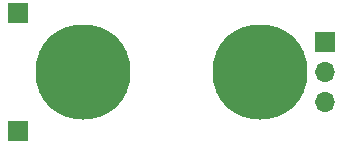
<source format=gbr>
%TF.GenerationSoftware,KiCad,Pcbnew,7.0.9*%
%TF.CreationDate,2024-02-15T17:16:55-06:00*%
%TF.ProjectId,ANDGATE,414e4447-4154-4452-9e6b-696361645f70,rev?*%
%TF.SameCoordinates,Original*%
%TF.FileFunction,Soldermask,Bot*%
%TF.FilePolarity,Negative*%
%FSLAX46Y46*%
G04 Gerber Fmt 4.6, Leading zero omitted, Abs format (unit mm)*
G04 Created by KiCad (PCBNEW 7.0.9) date 2024-02-15 17:16:55*
%MOMM*%
%LPD*%
G01*
G04 APERTURE LIST*
%ADD10R,1.700000X1.700000*%
%ADD11O,1.700000X1.700000*%
%ADD12C,8.050000*%
G04 APERTURE END LIST*
D10*
%TO.C,J1*%
X142000000Y-82500000D03*
%TD*%
%TO.C,J2*%
X142000000Y-92500000D03*
%TD*%
%TO.C,J3*%
X168000000Y-84960000D03*
D11*
X168000000Y-87500000D03*
X168000000Y-90040000D03*
%TD*%
D12*
%TO.C,J4*%
X147500000Y-87500000D03*
%TD*%
%TO.C,J5*%
X162500000Y-87500000D03*
%TD*%
M02*

</source>
